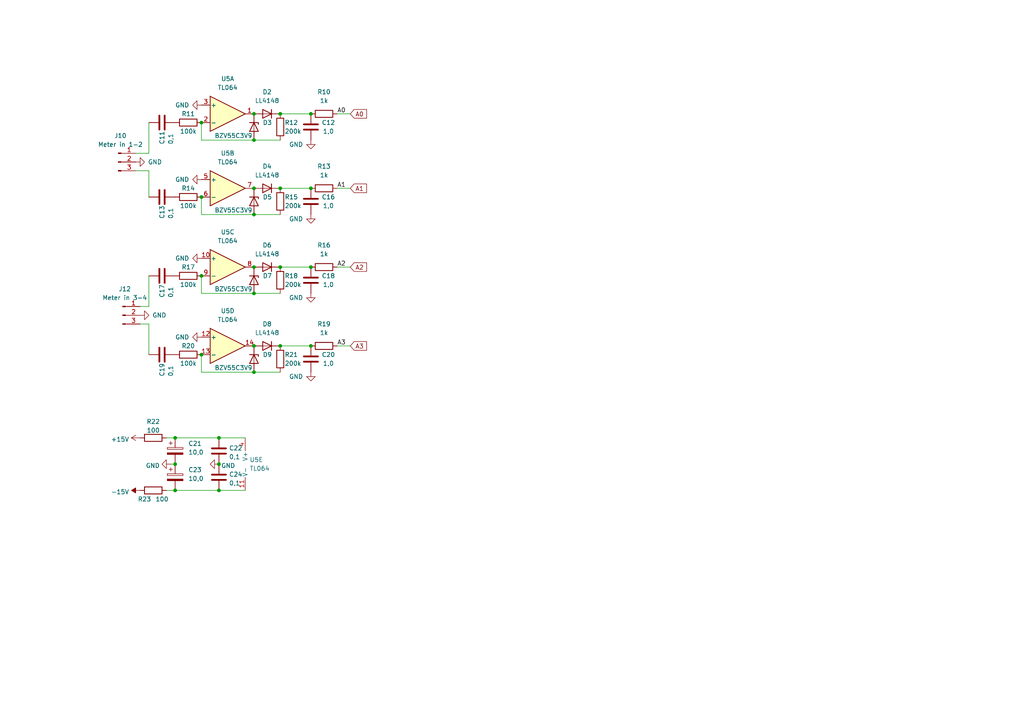
<source format=kicad_sch>
(kicad_sch (version 20211123) (generator eeschema)
  (paper "A4")
  (lib_symbols
    (symbol "Amplifier_Operational:TL064" (pin_names (offset 0.127))
      (property "Reference" "U" (at 0 5.08 0))
      (property "Value" "TL064" (at 0 -5.08 0))
      (symbol "TL064_1_1"
        (polyline (pts (xy -5.08 5.08) (xy 5.08 0) (xy -5.08 -5.08) (xy -5.08 5.08)) (stroke (width 0.254)) (fill (type background)))
        (pin output line (at 7.62 0 180) (length 2.54) (name "~") (number "1"))
        (pin input line (at -7.62 -2.54 0) (length 2.54) (name "-") (number "2"))
        (pin input line (at -7.62 2.54 0) (length 2.54) (name "+") (number "3"))
      )
      (symbol "TL064_2_1"
        (polyline (pts (xy -5.08 5.08) (xy 5.08 0) (xy -5.08 -5.08) (xy -5.08 5.08)) (stroke (width 0.254)) (fill (type background)))
        (pin input line (at -7.62 2.54 0) (length 2.54) (name "+") (number "5"))
        (pin input line (at -7.62 -2.54 0) (length 2.54) (name "-") (number "6"))
        (pin output line (at 7.62 0 180) (length 2.54) (name "~") (number "7"))
      )
      (symbol "TL064_3_1"
        (polyline (pts (xy -5.08 5.08) (xy 5.08 0) (xy -5.08 -5.08) (xy -5.08 5.08)) (stroke (width 0.254)) (fill (type background)))
        (pin input line (at -7.62 2.54 0) (length 2.54) (name "+") (number "10"))
        (pin output line (at 7.62 0 180) (length 2.54) (name "~") (number "8"))
        (pin input line (at -7.62 -2.54 0) (length 2.54) (name "-") (number "9"))
      )
      (symbol "TL064_4_1"
        (polyline (pts (xy -5.08 5.08) (xy 5.08 0) (xy -5.08 -5.08) (xy -5.08 5.08)) (stroke (width 0.254)) (fill (type background)))
        (pin input line (at -7.62 2.54 0) (length 2.54) (name "+") (number "12"))
        (pin input line (at -7.62 -2.54 0) (length 2.54) (name "-") (number "13"))
        (pin output line (at 7.62 0 180) (length 2.54) (name "~") (number "14"))
      )
      (symbol "TL064_5_1"
        (pin power_in line (at -2.54 -7.62 90) (length 3.81) (name "V-") (number "11"))
        (pin power_in line (at -2.54 7.62 270) (length 3.81) (name "V+") (number "4"))
      )
    )
    (symbol "Connector:Conn_01x03_Male" (pin_names (offset 1.016) hide)
      (property "Reference" "J" (at 0 5.08 0))
      (property "Value" "Conn_01x03_Male" (at 0 -5.08 0))
      (symbol "Conn_01x03_Male_1_1"
        (polyline (pts (xy 1.27 -2.54) (xy 0.8636 -2.54)) (stroke (width 0.1524)))
        (polyline (pts (xy 1.27 0) (xy 0.8636 0)) (stroke (width 0.1524)))
        (polyline (pts (xy 1.27 2.54) (xy 0.8636 2.54)) (stroke (width 0.1524)))
        (rectangle (start 0.8636 -2.413) (end 0 -2.667) (stroke (width 0.1524)) (fill (type outline)))
        (rectangle (start 0.8636 0.127) (end 0 -0.127) (stroke (width 0.1524)) (fill (type outline)))
        (rectangle (start 0.8636 2.667) (end 0 2.413) (stroke (width 0.1524)) (fill (type outline)))
        (pin passive line (at 5.08 2.54 180) (length 3.81) (name "Pin_1") (number "1"))
        (pin passive line (at 5.08 0 180) (length 3.81) (name "Pin_2") (number "2"))
        (pin passive line (at 5.08 -2.54 180) (length 3.81) (name "Pin_3") (number "3"))
      )
    )
    (symbol "Device:C" (pin_numbers hide) (pin_names (offset 0.254))
      (property "Reference" "C" (at 0.635 2.54 0))
      (property "Value" "C" (at 0.635 -2.54 0))
      (symbol "C_0_1"
        (polyline (pts (xy -2.032 -0.762) (xy 2.032 -0.762)) (stroke (width 0.508)))
        (polyline (pts (xy -2.032 0.762) (xy 2.032 0.762)) (stroke (width 0.508)))
      )
      (symbol "C_1_1"
        (pin passive line (at 0 3.81 270) (length 2.794) (name "~") (number "1"))
        (pin passive line (at 0 -3.81 90) (length 2.794) (name "~") (number "2"))
      )
    )
    (symbol "Device:C_Polarized" (pin_numbers hide) (pin_names (offset 0.254))
      (property "Reference" "C" (at 0.635 2.54 0))
      (property "Value" "C_Polarized" (at 0.635 -2.54 0))
      (symbol "C_Polarized_0_1"
        (rectangle (start -2.286 0.508) (end 2.286 1.016))
        (polyline (pts (xy -1.778 2.286) (xy -0.762 2.286)))
        (polyline (pts (xy -1.27 2.794) (xy -1.27 1.778)))
        (rectangle (start 2.286 -0.508) (end -2.286 -1.016) (fill (type outline)))
      )
      (symbol "C_Polarized_1_1"
        (pin passive line (at 0 3.81 270) (length 2.794) (name "~") (number "1"))
        (pin passive line (at 0 -3.81 90) (length 2.794) (name "~") (number "2"))
      )
    )
    (symbol "Device:R" (pin_numbers hide) (pin_names (offset 0))
      (property "Reference" "R" (at 2.032 0 90))
      (property "Value" "R" (at 0 0 90))
      (symbol "R_0_1"
        (rectangle (start -1.016 -2.54) (end 1.016 2.54) (stroke (width 0.254)))
      )
      (symbol "R_1_1"
        (pin passive line (at 0 3.81 270) (length 1.27) (name "~") (number "1"))
        (pin passive line (at 0 -3.81 90) (length 1.27) (name "~") (number "2"))
      )
    )
    (symbol "Diode:BZV55C3V9" (pin_numbers hide) (pin_names hide)
      (property "Reference" "D" (at 0 2.54 0))
      (property "Value" "BZV55C3V9" (at 0 -2.54 0))
      (symbol "BZV55C3V9_0_1"
        (polyline (pts (xy 1.27 0) (xy -1.27 0)))
        (polyline (pts (xy -1.27 -1.27) (xy -1.27 1.27) (xy -0.762 1.27)) (stroke (width 0.254)))
        (polyline (pts (xy 1.27 -1.27) (xy 1.27 1.27) (xy -1.27 0) (xy 1.27 -1.27)) (stroke (width 0.254)))
      )
      (symbol "BZV55C3V9_1_1"
        (pin passive line (at -3.81 0 0) (length 2.54) (name "K") (number "1"))
        (pin passive line (at 3.81 0 180) (length 2.54) (name "A") (number "2"))
      )
    )
    (symbol "Diode:LL4148" (pin_numbers hide) (pin_names hide)
      (property "Reference" "D" (at 0 2.54 0))
      (property "Value" "LL4148" (at 0 -2.54 0))
      (symbol "LL4148_0_1"
        (polyline (pts (xy -1.27 1.27) (xy -1.27 -1.27)) (stroke (width 0.254)))
        (polyline (pts (xy 1.27 0) (xy -1.27 0)))
        (polyline (pts (xy 1.27 1.27) (xy 1.27 -1.27) (xy -1.27 0) (xy 1.27 1.27)) (stroke (width 0.254)))
      )
      (symbol "LL4148_1_1"
        (pin passive line (at -3.81 0 0) (length 2.54) (name "K") (number "1"))
        (pin passive line (at 3.81 0 180) (length 2.54) (name "A") (number "2"))
      )
    )
    (symbol "power:+15V" (power) (pin_names (offset 0))
      (property "Value" "+15V" (at 0 3.556 0))
      (symbol "+15V_0_1"
        (polyline (pts (xy -0.762 1.27) (xy 0 2.54)))
        (polyline (pts (xy 0 0) (xy 0 2.54)))
        (polyline (pts (xy 0 2.54) (xy 0.762 1.27)))
      )
      (symbol "+15V_1_1"
        (pin power_in line (at 0 0 90) (length 0) hide (name "+15V") (number "1"))
      )
    )
    (symbol "power:-15V" (power) (pin_names (offset 0))
      (property "Value" "-15V" (at 0 3.81 0))
      (symbol "-15V_0_0"
        (pin power_in line (at 0 0 90) (length 0) hide (name "-15V") (number "1"))
      )
      (symbol "-15V_0_1"
        (polyline (pts (xy 0 0) (xy 0 1.27) (xy 0.762 1.27) (xy 0 2.54) (xy -0.762 1.27) (xy 0 1.27)) (fill (type outline)))
      )
    )
    (symbol "power:GND" (power) (pin_names (offset 0))
      (property "Value" "GND" (at 0 -3.81 0))
      (symbol "GND_0_1"
        (polyline (pts (xy 0 0) (xy 0 -1.27) (xy 1.27 -1.27) (xy 0 -2.54) (xy -1.27 -1.27) (xy 0 -1.27)))
      )
      (symbol "GND_1_1"
        (pin power_in line (at 0 0 270) (length 0) hide (name "GND") (number "1"))
      )
    )
  )
  (junction (at 58.42 102.87))
  (junction (at 58.42 35.56))
  (junction (at 58.42 57.15))
  (junction (at 73.66 62.23))
  (junction (at 63.5 127))
  (junction (at 90.17 33.02))
  (junction (at 58.42 80.01))
  (junction (at 90.17 77.47))
  (junction (at 73.66 85.09))
  (junction (at 73.66 107.95))
  (junction (at 73.66 100.33))
  (junction (at 90.17 100.33))
  (junction (at 50.8 127))
  (junction (at 63.5 142.24))
  (junction (at 81.28 77.47))
  (junction (at 50.8 134.62))
  (junction (at 73.66 77.47))
  (junction (at 73.66 33.02))
  (junction (at 73.66 54.61))
  (junction (at 73.66 40.64))
  (junction (at 50.8 142.24))
  (junction (at 81.28 33.02))
  (junction (at 90.17 54.61))
  (junction (at 81.28 100.33))
  (junction (at 63.5 134.62))
  (junction (at 81.28 54.61))
  (wire (pts (xy 73.66 107.95) (xy 81.28 107.95)))
  (wire (pts (xy 50.8 142.24) (xy 63.5 142.24)))
  (wire (pts (xy 43.18 93.98) (xy 40.64 93.98)))
  (wire (pts (xy 81.28 100.33) (xy 90.17 100.33)))
  (wire (pts (xy 43.18 88.9) (xy 40.64 88.9)))
  (wire (pts (xy 48.26 127) (xy 50.8 127)))
  (wire (pts (xy 81.28 33.02) (xy 90.17 33.02)))
  (wire (pts (xy 101.6 77.47) (xy 97.79 77.47)))
  (wire (pts (xy 49.53 134.62) (xy 50.8 134.62)))
  (wire (pts (xy 43.18 102.87) (xy 43.18 93.98)))
  (wire (pts (xy 50.8 127) (xy 63.5 127)))
  (wire (pts (xy 101.6 33.02) (xy 97.79 33.02)))
  (wire (pts (xy 73.66 85.09) (xy 81.28 85.09)))
  (wire (pts (xy 43.18 49.53) (xy 43.18 57.15)))
  (wire (pts (xy 81.28 77.47) (xy 90.17 77.47)))
  (wire (pts (xy 73.66 40.64) (xy 81.28 40.64)))
  (wire (pts (xy 43.18 44.45) (xy 43.18 35.56)))
  (wire (pts (xy 73.66 62.23) (xy 81.28 62.23)))
  (wire (pts (xy 43.18 80.01) (xy 43.18 88.9)))
  (wire (pts (xy 58.42 85.09) (xy 58.42 80.01)))
  (wire (pts (xy 101.6 100.33) (xy 97.79 100.33)))
  (wire (pts (xy 58.42 40.64) (xy 58.42 35.56)))
  (wire (pts (xy 101.6 54.61) (xy 97.79 54.61)))
  (wire (pts (xy 58.42 62.23) (xy 58.42 57.15)))
  (wire (pts (xy 58.42 107.95) (xy 58.42 102.87)))
  (wire (pts (xy 48.26 142.24) (xy 50.8 142.24)))
  (wire (pts (xy 58.42 107.95) (xy 73.66 107.95)))
  (wire (pts (xy 58.42 85.09) (xy 73.66 85.09)))
  (wire (pts (xy 63.5 127) (xy 71.12 127)))
  (wire (pts (xy 39.37 44.45) (xy 43.18 44.45)))
  (wire (pts (xy 81.28 54.61) (xy 90.17 54.61)))
  (wire (pts (xy 58.42 40.64) (xy 73.66 40.64)))
  (wire (pts (xy 63.5 142.24) (xy 71.12 142.24)))
  (wire (pts (xy 58.42 62.23) (xy 73.66 62.23)))
  (wire (pts (xy 39.37 49.53) (xy 43.18 49.53)))
  (label "A0" (at 97.79 33.02 0))
  (label "A3" (at 97.79 100.33 0))
  (label "A2" (at 97.79 77.47 0))
  (label "A1" (at 97.79 54.61 0))
  (global_label "A3" (shape input) (at 101.6 100.33 0) (property "Intersheet References" "${INTERSHEET_REFS}" (effects hide)))
  (global_label "A0" (shape input) (at 101.6 33.02 0) (property "Intersheet References" "${INTERSHEET_REFS}" (effects hide)))
  (global_label "A2" (shape input) (at 101.6 77.47 0) (property "Intersheet References" "${INTERSHEET_REFS}" (effects hide)))
  (global_label "A1" (shape input) (at 101.6 54.61 0) (property "Intersheet References" "${INTERSHEET_REFS}" (effects hide)))
  (symbol (lib_id "Device:C") (at 63.5 138.43 0) (unit 1)
    (property "Reference" "C24" (at 66.421 137.5953 0) (effects (justify left)))
    (property "Value" "0,1" (at 66.421 140.1322 0) (effects (justify left)))
    (property "Footprint" "Capacitor_SMD:C_1206_3216Metric_Pad1.33x1.80mm_HandSolder" (effects hide))
  )
  (symbol (lib_id "Device:R") (at 54.61 102.87 90) (unit 1)
    (property "Reference" "R20" (at 54.61 100.33 90))
    (property "Value" "100k" (at 54.61 105.41 90))
    (property "Footprint" "Resistor_SMD:R_1206_3216Metric_Pad1.30x1.75mm_HandSolder" (effects hide))
  )
  (symbol (lib_id "Device:R") (at 93.98 77.47 270) (unit 1)
    (property "Reference" "R16" (at 93.98 71.12 90))
    (property "Value" "1k" (at 93.98 73.66 90))
    (property "Footprint" "Resistor_SMD:R_1206_3216Metric_Pad1.30x1.75mm_HandSolder" (effects hide))
  )
  (symbol (lib_id "Amplifier_Operational:TL064") (at 66.04 54.61 0) (unit 2)
    (property "Reference" "U5" (at 66.04 44.45 0))
    (property "Value" "TL064" (at 66.04 46.99 0))
    (property "Footprint" "Package_DIP:DIP-14_W7.62mm_Socket_LongPads" (effects hide))
    (property "Datasheet" "http://www.ti.com/lit/ds/symlink/tl061.pdf" (effects hide))
  )
  (symbol (lib_id "Device:C") (at 46.99 102.87 90) (unit 1)
    (property "Reference" "C19" (at 46.99 109.22 0) (effects (justify left)))
    (property "Value" "0,1" (at 49.53 109.22 0) (effects (justify left)))
    (property "Footprint" "Capacitor_SMD:C_1206_3216Metric_Pad1.33x1.80mm_HandSolder" (effects hide))
  )
  (symbol (lib_id "Amplifier_Operational:TL064") (at 66.04 33.02 0) (unit 1)
    (property "Reference" "U5" (at 66.04 22.86 0))
    (property "Value" "TL064" (at 66.04 25.4 0))
    (property "Footprint" "Package_DIP:DIP-14_W7.62mm_Socket_LongPads" (effects hide))
    (property "Datasheet" "http://www.ti.com/lit/ds/symlink/tl061.pdf" (effects hide))
  )
  (symbol (lib_id "Diode:LL4148") (at 77.47 33.02 180) (unit 1)
    (property "Reference" "D2" (at 77.47 26.67 0))
    (property "Value" "LL4148" (at 77.47 29.21 0))
    (property "Footprint" "Diode_SMD:D_MiniMELF" (effects hide))
    (property "Datasheet" "http://www.vishay.com/docs/85557/ll4148.pdf" (effects hide))
  )
  (symbol (lib_id "power:-15V") (at 40.64 142.24 90) (unit 1)
    (property "Reference" "#PWR038" (effects hide))
    (property "Value" "-15V" (at 37.465 142.6738 90) (effects (justify left)))
  )
  (symbol (lib_id "power:GND") (at 90.17 62.23 0) (unit 1)
    (property "Reference" "#PWR025" (effects hide))
    (property "Value" "GND" (at 83.82 63.5 0) (effects (justify left)))
  )
  (symbol (lib_id "Diode:LL4148") (at 77.47 100.33 180) (unit 1)
    (property "Reference" "D8" (at 77.47 93.98 0))
    (property "Value" "LL4148" (at 77.47 96.52 0))
    (property "Footprint" "Diode_SMD:D_MiniMELF" (effects hide))
    (property "Datasheet" "http://www.vishay.com/docs/85557/ll4148.pdf" (effects hide))
  )
  (symbol (lib_id "Device:R") (at 93.98 100.33 270) (unit 1)
    (property "Reference" "R19" (at 93.98 93.98 90))
    (property "Value" "1k" (at 93.98 96.52 90))
    (property "Footprint" "Resistor_SMD:R_1206_3216Metric_Pad1.30x1.75mm_HandSolder" (effects hide))
  )
  (symbol (lib_id "Connector:Conn_01x03_Male") (at 34.29 46.99 0) (unit 1)
    (property "Reference" "J10" (at 34.925 39.37 0))
    (property "Value" "Meter in 1-2" (at 34.925 41.91 0))
    (property "Footprint" "Connector_PinHeader_2.54mm:PinHeader_1x03_P2.54mm_Vertical" (effects hide))
  )
  (symbol (lib_id "power:GND") (at 90.17 85.09 0) (unit 1)
    (property "Reference" "#PWR030" (effects hide))
    (property "Value" "GND" (at 83.82 86.36 0) (effects (justify left)))
  )
  (symbol (lib_id "Device:R") (at 44.45 127 90) (unit 1)
    (property "Reference" "R22" (at 44.45 122.2842 90))
    (property "Value" "100" (at 44.45 124.8211 90))
    (property "Footprint" "Resistor_SMD:R_1206_3216Metric_Pad1.30x1.75mm_HandSolder" (effects hide))
  )
  (symbol (lib_id "Device:R") (at 54.61 57.15 90) (unit 1)
    (property "Reference" "R14" (at 54.61 54.61 90))
    (property "Value" "100k" (at 54.61 59.69 90))
    (property "Footprint" "Resistor_SMD:R_1206_3216Metric_Pad1.30x1.75mm_HandSolder" (effects hide))
  )
  (symbol (lib_id "power:GND") (at 90.17 40.64 0) (unit 1)
    (property "Reference" "#PWR022" (effects hide))
    (property "Value" "GND" (at 83.82 41.91 0) (effects (justify left)))
  )
  (symbol (lib_id "Amplifier_Operational:TL064") (at 66.04 100.33 0) (unit 4)
    (property "Reference" "U5" (at 66.04 90.17 0))
    (property "Value" "TL064" (at 66.04 92.71 0))
    (property "Footprint" "Package_DIP:DIP-14_W7.62mm_Socket_LongPads" (effects hide))
    (property "Datasheet" "http://www.ti.com/lit/ds/symlink/tl061.pdf" (effects hide))
  )
  (symbol (lib_id "power:GND") (at 58.42 74.93 270) (unit 1)
    (property "Reference" "#PWR026" (effects hide))
    (property "Value" "GND" (at 50.8 74.93 90) (effects (justify left)))
  )
  (symbol (lib_id "power:GND") (at 58.42 52.07 270) (unit 1)
    (property "Reference" "#PWR024" (effects hide))
    (property "Value" "GND" (at 50.8 52.07 90) (effects (justify left)))
  )
  (symbol (lib_id "Device:R") (at 54.61 35.56 90) (unit 1)
    (property "Reference" "R11" (at 54.61 33.02 90))
    (property "Value" "100k" (at 54.61 38.1 90))
    (property "Footprint" "Resistor_SMD:R_1206_3216Metric_Pad1.30x1.75mm_HandSolder" (effects hide))
  )
  (symbol (lib_id "Diode:BZV55C3V9") (at 73.66 104.14 270) (unit 1)
    (property "Reference" "D9" (at 76.2 102.8699 90) (effects (justify left)))
    (property "Value" "BZV55C3V9" (at 62.23 106.68 90) (effects (justify left)))
    (property "Footprint" "Diode_SMD:D_MiniMELF" (effects hide))
    (property "Datasheet" "https://assets.nexperia.com/documents/data-sheet/BZV55_SER.pdf" (effects hide))
  )
  (symbol (lib_id "Device:C_Polarized") (at 50.8 138.43 0) (unit 1)
    (property "Reference" "C23" (at 54.61 136.2709 0) (effects (justify left)))
    (property "Value" "10,0" (at 54.61 138.8109 0) (effects (justify left)))
    (property "Footprint" "Capacitor_SMD:C_0805_2012Metric_Pad1.18x1.45mm_HandSolder" (effects hide))
  )
  (symbol (lib_id "Device:R") (at 81.28 36.83 180) (unit 1)
    (property "Reference" "R12" (at 82.55 35.56 0) (effects (justify right)))
    (property "Value" "200k" (at 82.55 38.1 0) (effects (justify right)))
    (property "Footprint" "Resistor_SMD:R_1206_3216Metric_Pad1.30x1.75mm_HandSolder" (effects hide))
  )
  (symbol (lib_id "Device:R") (at 81.28 58.42 180) (unit 1)
    (property "Reference" "R15" (at 82.55 57.15 0) (effects (justify right)))
    (property "Value" "200k" (at 82.55 59.69 0) (effects (justify right)))
    (property "Footprint" "Resistor_SMD:R_1206_3216Metric_Pad1.30x1.75mm_HandSolder" (effects hide))
  )
  (symbol (lib_id "Device:C") (at 46.99 57.15 90) (unit 1)
    (property "Reference" "C13" (at 46.99 63.5 0) (effects (justify left)))
    (property "Value" "0,1" (at 49.53 63.5 0) (effects (justify left)))
    (property "Footprint" "Capacitor_SMD:C_1206_3216Metric_Pad1.33x1.80mm_HandSolder" (effects hide))
  )
  (symbol (lib_id "Connector:Conn_01x03_Male") (at 35.56 91.44 0) (unit 1)
    (property "Reference" "J12" (at 36.195 83.82 0))
    (property "Value" "Meter in 3-4" (at 36.195 86.36 0))
    (property "Footprint" "Connector_PinHeader_2.54mm:PinHeader_1x03_P2.54mm_Vertical" (effects hide))
  )
  (symbol (lib_id "power:GND") (at 40.64 91.44 90) (unit 1)
    (property "Reference" "#PWR031" (effects hide))
    (property "Value" "GND" (at 48.26 91.44 90) (effects (justify left)))
  )
  (symbol (lib_id "power:GND") (at 49.53 134.62 270) (unit 1)
    (property "Reference" "#PWR036" (effects hide))
    (property "Value" "GND" (at 46.3551 135.0538 90) (effects (justify right)))
  )
  (symbol (lib_id "power:GND") (at 58.42 97.79 270) (unit 1)
    (property "Reference" "#PWR033" (effects hide))
    (property "Value" "GND" (at 50.8 97.79 90) (effects (justify left)))
  )
  (symbol (lib_id "Device:R") (at 54.61 80.01 90) (unit 1)
    (property "Reference" "R17" (at 54.61 77.47 90))
    (property "Value" "100k" (at 54.61 82.55 90))
    (property "Footprint" "Resistor_SMD:R_1206_3216Metric_Pad1.30x1.75mm_HandSolder" (effects hide))
  )
  (symbol (lib_id "power:+15V") (at 40.64 127 90) (unit 1)
    (property "Reference" "#PWR035" (effects hide))
    (property "Value" "+15V" (at 37.465 127.4338 90) (effects (justify left)))
  )
  (symbol (lib_id "Device:R") (at 81.28 104.14 180) (unit 1)
    (property "Reference" "R21" (at 82.55 102.87 0) (effects (justify right)))
    (property "Value" "200k" (at 82.55 105.41 0) (effects (justify right)))
    (property "Footprint" "Resistor_SMD:R_1206_3216Metric_Pad1.30x1.75mm_HandSolder" (effects hide))
  )
  (symbol (lib_id "Amplifier_Operational:TL064") (at 73.66 134.62 0) (unit 5)
    (property "Reference" "U5" (at 72.39 133.3499 0) (effects (justify left)))
    (property "Value" "TL064" (at 72.39 135.8899 0) (effects (justify left)))
    (property "Footprint" "Package_DIP:DIP-14_W7.62mm_Socket_LongPads" (effects hide))
    (property "Datasheet" "http://www.ti.com/lit/ds/symlink/tl061.pdf" (effects hide))
  )
  (symbol (lib_id "Device:C") (at 46.99 35.56 90) (unit 1)
    (property "Reference" "C11" (at 46.99 41.91 0) (effects (justify left)))
    (property "Value" "0,1" (at 49.53 41.91 0) (effects (justify left)))
    (property "Footprint" "Capacitor_SMD:C_1206_3216Metric_Pad1.33x1.80mm_HandSolder" (effects hide))
  )
  (symbol (lib_id "Device:R") (at 44.45 142.24 90) (unit 1)
    (property "Reference" "R23" (at 41.91 144.78 90))
    (property "Value" "100" (at 46.99 144.78 90))
    (property "Footprint" "Resistor_SMD:R_1206_3216Metric_Pad1.30x1.75mm_HandSolder" (effects hide))
  )
  (symbol (lib_id "Device:C") (at 90.17 104.14 180) (unit 1)
    (property "Reference" "C20" (at 95.25 102.87 0))
    (property "Value" "1,0" (at 95.25 105.41 0))
    (property "Footprint" "Capacitor_SMD:C_0805_2012Metric_Pad1.18x1.45mm_HandSolder" (effects hide))
  )
  (symbol (lib_id "Device:C") (at 46.99 80.01 90) (unit 1)
    (property "Reference" "C17" (at 46.99 86.36 0) (effects (justify left)))
    (property "Value" "0,1" (at 49.53 86.36 0) (effects (justify left)))
    (property "Footprint" "Capacitor_SMD:C_1206_3216Metric_Pad1.33x1.80mm_HandSolder" (effects hide))
  )
  (symbol (lib_id "power:GND") (at 63.5 134.62 270) (unit 1)
    (property "Reference" "#PWR037" (effects hide))
    (property "Value" "GND" (at 64.135 135.0538 90) (effects (justify left)))
  )
  (symbol (lib_id "Device:C") (at 63.5 130.81 0) (unit 1)
    (property "Reference" "C22" (at 66.421 129.9753 0) (effects (justify left)))
    (property "Value" "0,1" (at 66.421 132.5122 0) (effects (justify left)))
    (property "Footprint" "Capacitor_SMD:C_1206_3216Metric_Pad1.33x1.80mm_HandSolder" (effects hide))
  )
  (symbol (lib_id "power:GND") (at 58.42 30.48 270) (unit 1)
    (property "Reference" "#PWR021" (effects hide))
    (property "Value" "GND" (at 50.8 30.48 90) (effects (justify left)))
  )
  (symbol (lib_id "Device:C") (at 90.17 81.28 180) (unit 1)
    (property "Reference" "C18" (at 95.25 80.01 0))
    (property "Value" "1,0" (at 95.25 82.55 0))
    (property "Footprint" "Capacitor_SMD:C_0805_2012Metric_Pad1.18x1.45mm_HandSolder" (effects hide))
  )
  (symbol (lib_id "Diode:LL4148") (at 77.47 77.47 180) (unit 1)
    (property "Reference" "D6" (at 77.47 71.12 0))
    (property "Value" "LL4148" (at 77.47 73.66 0))
    (property "Footprint" "Diode_SMD:D_MiniMELF" (effects hide))
    (property "Datasheet" "http://www.vishay.com/docs/85557/ll4148.pdf" (effects hide))
  )
  (symbol (lib_id "Diode:BZV55C3V9") (at 73.66 36.83 270) (unit 1)
    (property "Reference" "D3" (at 76.2 35.5599 90) (effects (justify left)))
    (property "Value" "BZV55C3V9" (at 62.23 39.37 90) (effects (justify left)))
    (property "Footprint" "Diode_SMD:D_MiniMELF" (effects hide))
    (property "Datasheet" "https://assets.nexperia.com/documents/data-sheet/BZV55_SER.pdf" (effects hide))
  )
  (symbol (lib_id "Device:C_Polarized") (at 50.8 130.81 0) (unit 1)
    (property "Reference" "C21" (at 54.61 128.6509 0) (effects (justify left)))
    (property "Value" "10,0" (at 54.61 131.1909 0) (effects (justify left)))
    (property "Footprint" "Capacitor_SMD:C_0805_2012Metric_Pad1.18x1.45mm_HandSolder" (effects hide))
  )
  (symbol (lib_id "Amplifier_Operational:TL064") (at 66.04 77.47 0) (unit 3)
    (property "Reference" "U5" (at 66.04 67.31 0))
    (property "Value" "TL064" (at 66.04 69.85 0))
    (property "Footprint" "Package_DIP:DIP-14_W7.62mm_Socket_LongPads" (effects hide))
    (property "Datasheet" "http://www.ti.com/lit/ds/symlink/tl061.pdf" (effects hide))
  )
  (symbol (lib_id "Device:C") (at 90.17 58.42 180) (unit 1)
    (property "Reference" "C16" (at 95.25 57.15 0))
    (property "Value" "1,0" (at 95.25 59.69 0))
    (property "Footprint" "Capacitor_SMD:C_0805_2012Metric_Pad1.18x1.45mm_HandSolder" (effects hide))
  )
  (symbol (lib_id "power:GND") (at 90.17 107.95 0) (unit 1)
    (property "Reference" "#PWR034" (effects hide))
    (property "Value" "GND" (at 83.82 109.22 0) (effects (justify left)))
  )
  (symbol (lib_id "Diode:BZV55C3V9") (at 73.66 58.42 270) (unit 1)
    (property "Reference" "D5" (at 76.2 57.1499 90) (effects (justify left)))
    (property "Value" "BZV55C3V9" (at 62.23 60.96 90) (effects (justify left)))
    (property "Footprint" "Diode_SMD:D_MiniMELF" (effects hide))
    (property "Datasheet" "https://assets.nexperia.com/documents/data-sheet/BZV55_SER.pdf" (effects hide))
  )
  (symbol (lib_id "Device:C") (at 90.17 36.83 180) (unit 1)
    (property "Reference" "C12" (at 95.25 35.56 0))
    (property "Value" "1,0" (at 95.25 38.1 0))
    (property "Footprint" "Capacitor_SMD:C_0805_2012Metric_Pad1.18x1.45mm_HandSolder" (effects hide))
  )
  (symbol (lib_id "Device:R") (at 93.98 33.02 270) (unit 1)
    (property "Reference" "R10" (at 93.98 26.67 90))
    (property "Value" "1k" (at 93.98 29.21 90))
    (property "Footprint" "Resistor_SMD:R_1206_3216Metric_Pad1.30x1.75mm_HandSolder" (effects hide))
  )
  (symbol (lib_id "Diode:BZV55C3V9") (at 73.66 81.28 270) (unit 1)
    (property "Reference" "D7" (at 76.2 80.0099 90) (effects (justify left)))
    (property "Value" "BZV55C3V9" (at 62.23 83.82 90) (effects (justify left)))
    (property "Footprint" "Diode_SMD:D_MiniMELF" (effects hide))
    (property "Datasheet" "https://assets.nexperia.com/documents/data-sheet/BZV55_SER.pdf" (effects hide))
  )
  (symbol (lib_id "Diode:LL4148") (at 77.47 54.61 180) (unit 1)
    (property "Reference" "D4" (at 77.47 48.26 0))
    (property "Value" "LL4148" (at 77.47 50.8 0))
    (property "Footprint" "Diode_SMD:D_MiniMELF" (effects hide))
    (property "Datasheet" "http://www.vishay.com/docs/85557/ll4148.pdf" (effects hide))
  )
  (symbol (lib_id "Device:R") (at 93.98 54.61 270) (unit 1)
    (property "Reference" "R13" (at 93.98 48.26 90))
    (property "Value" "1k" (at 93.98 50.8 90))
    (property "Footprint" "Resistor_SMD:R_1206_3216Metric_Pad1.30x1.75mm_HandSolder" (effects hide))
  )
  (symbol (lib_id "power:GND") (at 39.37 46.99 90) (unit 1)
    (property "Reference" "#PWR023" (effects hide))
    (property "Value" "GND" (at 46.99 46.99 90) (effects (justify left)))
  )
  (symbol (lib_id "Device:R") (at 81.28 81.28 180) (unit 1)
    (property "Reference" "R18" (at 82.55 80.01 0) (effects (justify right)))
    (property "Value" "200k" (at 82.55 82.55 0) (effects (justify right)))
    (property "Footprint" "Resistor_SMD:R_1206_3216Metric_Pad1.30x1.75mm_HandSolder" (effects hide))
  )
)
</source>
